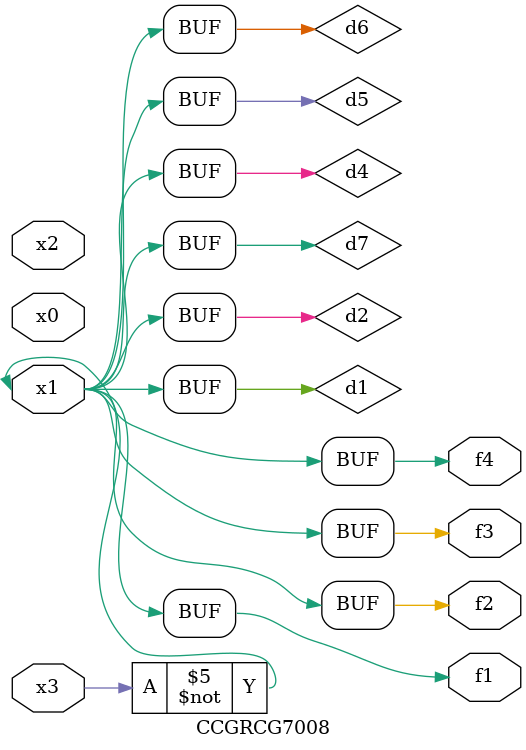
<source format=v>
module CCGRCG7008(
	input x0, x1, x2, x3,
	output f1, f2, f3, f4
);

	wire d1, d2, d3, d4, d5, d6, d7;

	not (d1, x3);
	buf (d2, x1);
	xnor (d3, d1, d2);
	nor (d4, d1);
	buf (d5, d1, d2);
	buf (d6, d4, d5);
	nand (d7, d4);
	assign f1 = d6;
	assign f2 = d7;
	assign f3 = d6;
	assign f4 = d6;
endmodule

</source>
